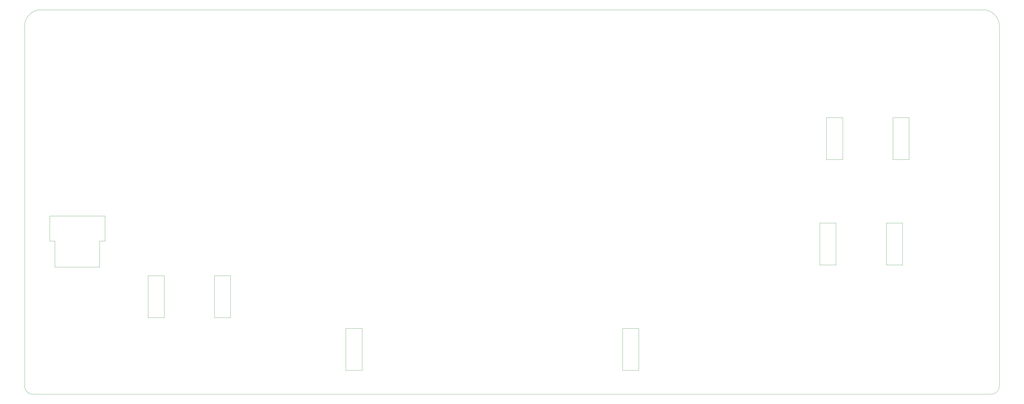
<source format=gbr>
%TF.GenerationSoftware,KiCad,Pcbnew,7.0.7*%
%TF.CreationDate,2023-10-31T22:36:57+07:00*%
%TF.ProjectId,Pixelette,50697865-6c65-4747-9465-2e6b69636164,rev?*%
%TF.SameCoordinates,Original*%
%TF.FileFunction,Profile,NP*%
%FSLAX46Y46*%
G04 Gerber Fmt 4.6, Leading zero omitted, Abs format (unit mm)*
G04 Created by KiCad (PCBNEW 7.0.7) date 2023-10-31 22:36:57*
%MOMM*%
%LPD*%
G01*
G04 APERTURE LIST*
%TA.AperFunction,Profile*%
%ADD10C,0.100000*%
%TD*%
%TA.AperFunction,Profile*%
%ADD11C,0.120000*%
%TD*%
G04 APERTURE END LIST*
D10*
X352425000Y-6000000D02*
G75*
G03*
X346425000Y0I-6000000J0D01*
G01*
X0Y-136000000D02*
G75*
G03*
X3000000Y-139000000I3000000J0D01*
G01*
X346425000Y0D02*
X6000000Y0D01*
X352425000Y-136000000D02*
X352425000Y-6000000D01*
X0Y-6000000D02*
X0Y-136000000D01*
X349425000Y-139000000D02*
G75*
G03*
X352425000Y-136000000I0J3000000D01*
G01*
X3000000Y-139000000D02*
X349425000Y-139000000D01*
X6000000Y0D02*
G75*
G03*
X0Y-6000000I-4J-5999996D01*
G01*
D11*
%TO.C,S1*%
X289875000Y-39012500D02*
X295725000Y-39012500D01*
X295725000Y-39012500D02*
X295725000Y-54162500D01*
X295725000Y-54162500D02*
X289875000Y-54162500D01*
X289875000Y-54162500D02*
X289875000Y-39012500D01*
X313875000Y-39012500D02*
X319725000Y-39012500D01*
X319725000Y-39012500D02*
X319725000Y-54162500D01*
X319725000Y-54162500D02*
X313875000Y-54162500D01*
X313875000Y-54162500D02*
X313875000Y-39012500D01*
%TO.C,S2*%
X287493750Y-77112500D02*
X293343750Y-77112500D01*
X293343750Y-77112500D02*
X293343750Y-92262500D01*
X293343750Y-92262500D02*
X287493750Y-92262500D01*
X287493750Y-92262500D02*
X287493750Y-77112500D01*
X311493750Y-77112500D02*
X317343750Y-77112500D01*
X317343750Y-77112500D02*
X317343750Y-92262500D01*
X317343750Y-92262500D02*
X311493750Y-92262500D01*
X311493750Y-92262500D02*
X311493750Y-77112500D01*
%TO.C,S4*%
X44606250Y-96162500D02*
X50456250Y-96162500D01*
X50456250Y-96162500D02*
X50456250Y-111312500D01*
X50456250Y-111312500D02*
X44606250Y-111312500D01*
X44606250Y-111312500D02*
X44606250Y-96162500D01*
X68606250Y-96162500D02*
X74456250Y-96162500D01*
X74456250Y-96162500D02*
X74456250Y-111312500D01*
X74456250Y-111312500D02*
X68606250Y-111312500D01*
X68606250Y-111312500D02*
X68606250Y-96162500D01*
%TO.C,S3*%
X116143750Y-115212500D02*
X121993750Y-115212500D01*
X121993750Y-115212500D02*
X121993750Y-130362500D01*
X121993750Y-130362500D02*
X116143750Y-130362500D01*
X116143750Y-130362500D02*
X116143750Y-115212500D01*
X216143750Y-115212500D02*
X221993750Y-115212500D01*
X221993750Y-115212500D02*
X221993750Y-130362500D01*
X221993750Y-130362500D02*
X216143750Y-130362500D01*
X216143750Y-130362500D02*
X216143750Y-115212500D01*
%TO.C,S5*%
X9050000Y-74562500D02*
X29050000Y-74562500D01*
X9050000Y-83562500D02*
X9050000Y-74562500D01*
X10950000Y-83562500D02*
X9050000Y-83562500D01*
X10950000Y-92962500D02*
X10950000Y-83562500D01*
X27150000Y-83562500D02*
X27150000Y-92962500D01*
X27150000Y-92962500D02*
X10950000Y-92962500D01*
X29050000Y-74562500D02*
X29050000Y-83562500D01*
X29050000Y-83562500D02*
X27150000Y-83562500D01*
%TD*%
M02*

</source>
